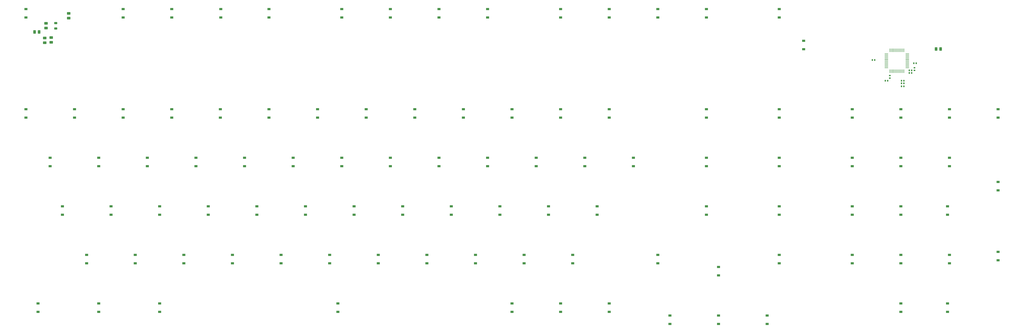
<source format=gbp>
G04 #@! TF.GenerationSoftware,KiCad,Pcbnew,6.0.6*
G04 #@! TF.CreationDate,2022-08-21T10:38:00-04:00*
G04 #@! TF.ProjectId,Workeeb,576f726b-6565-4622-9e6b-696361645f70,rev?*
G04 #@! TF.SameCoordinates,Original*
G04 #@! TF.FileFunction,Paste,Bot*
G04 #@! TF.FilePolarity,Positive*
%FSLAX46Y46*%
G04 Gerber Fmt 4.6, Leading zero omitted, Abs format (unit mm)*
G04 Created by KiCad (PCBNEW 6.0.6) date 2022-08-21 10:38:00*
%MOMM*%
%LPD*%
G01*
G04 APERTURE LIST*
G04 Aperture macros list*
%AMRoundRect*
0 Rectangle with rounded corners*
0 $1 Rounding radius*
0 $2 $3 $4 $5 $6 $7 $8 $9 X,Y pos of 4 corners*
0 Add a 4 corners polygon primitive as box body*
4,1,4,$2,$3,$4,$5,$6,$7,$8,$9,$2,$3,0*
0 Add four circle primitives for the rounded corners*
1,1,$1+$1,$2,$3*
1,1,$1+$1,$4,$5*
1,1,$1+$1,$6,$7*
1,1,$1+$1,$8,$9*
0 Add four rect primitives between the rounded corners*
20,1,$1+$1,$2,$3,$4,$5,0*
20,1,$1+$1,$4,$5,$6,$7,0*
20,1,$1+$1,$6,$7,$8,$9,0*
20,1,$1+$1,$8,$9,$2,$3,0*%
G04 Aperture macros list end*
%ADD10R,1.200000X0.900000*%
%ADD11RoundRect,0.140000X-0.170000X0.140000X-0.170000X-0.140000X0.170000X-0.140000X0.170000X0.140000X0*%
%ADD12RoundRect,0.140000X-0.140000X-0.170000X0.140000X-0.170000X0.140000X0.170000X-0.140000X0.170000X0*%
%ADD13RoundRect,0.140000X0.140000X0.170000X-0.140000X0.170000X-0.140000X-0.170000X0.140000X-0.170000X0*%
%ADD14RoundRect,0.250000X-0.450000X0.262500X-0.450000X-0.262500X0.450000X-0.262500X0.450000X0.262500X0*%
%ADD15R,0.254000X1.461999*%
%ADD16R,1.461999X0.254000*%
%ADD17RoundRect,0.218750X-0.381250X0.218750X-0.381250X-0.218750X0.381250X-0.218750X0.381250X0.218750X0*%
%ADD18RoundRect,0.250000X-0.262500X-0.450000X0.262500X-0.450000X0.262500X0.450000X-0.262500X0.450000X0*%
%ADD19RoundRect,0.250000X0.262500X0.450000X-0.262500X0.450000X-0.262500X-0.450000X0.262500X-0.450000X0*%
G04 APERTURE END LIST*
D10*
X50006250Y-143731250D03*
X50006250Y-140431250D03*
X83343750Y-24957500D03*
X83343750Y-28257500D03*
X311943750Y-86581250D03*
X311943750Y-83281250D03*
X264318750Y-86581250D03*
X264318750Y-83281250D03*
X145256250Y-124681250D03*
X145256250Y-121381250D03*
X259556250Y-124681250D03*
X259556250Y-121381250D03*
D11*
X383794000Y-51082000D03*
X383794000Y-52042000D03*
D10*
X316706250Y-129443750D03*
X316706250Y-126143750D03*
X292893750Y-124681250D03*
X292893750Y-121381250D03*
X269081250Y-105631250D03*
X269081250Y-102331250D03*
X350043750Y-37393750D03*
X350043750Y-40693750D03*
X207168750Y-86581250D03*
X207168750Y-83281250D03*
X407193750Y-67531250D03*
X407193750Y-64231250D03*
D12*
X388366000Y-55245000D03*
X389326000Y-55245000D03*
D10*
X116681250Y-105631250D03*
X116681250Y-102331250D03*
X369093750Y-124681250D03*
X369093750Y-121381250D03*
X130968750Y-86581250D03*
X130968750Y-83281250D03*
X73818750Y-143731250D03*
X73818750Y-140431250D03*
X88106250Y-124681250D03*
X88106250Y-121381250D03*
X92868750Y-86581250D03*
X92868750Y-83281250D03*
X207168750Y-24962850D03*
X207168750Y-28262850D03*
D13*
X392402000Y-49022000D03*
X391442000Y-49022000D03*
D10*
X178593750Y-67531250D03*
X178593750Y-64231250D03*
X292893750Y-24962850D03*
X292893750Y-28262850D03*
X240506250Y-124681250D03*
X240506250Y-121381250D03*
X297656250Y-148493750D03*
X297656250Y-145193750D03*
X311943750Y-67531250D03*
X311943750Y-64231250D03*
X135731250Y-105631250D03*
X135731250Y-102331250D03*
X340518750Y-105631250D03*
X340518750Y-102331250D03*
D14*
X53086000Y-30583500D03*
X53086000Y-32408500D03*
D10*
X426243750Y-67531250D03*
X426243750Y-64231250D03*
X107156250Y-124681250D03*
X107156250Y-121381250D03*
X154781250Y-105631250D03*
X154781250Y-102331250D03*
X192881250Y-105631250D03*
X192881250Y-102331250D03*
X216693750Y-67531250D03*
X216693750Y-64231250D03*
X340518750Y-67531250D03*
X340518750Y-64231250D03*
X173831250Y-105631250D03*
X173831250Y-102331250D03*
D15*
X383806250Y-41128950D03*
X384306249Y-41128950D03*
X384806251Y-41128950D03*
X385306250Y-41128950D03*
X385806249Y-41128950D03*
X386306250Y-41128950D03*
X386806250Y-41128950D03*
X387306251Y-41128950D03*
X387806250Y-41128950D03*
X388306249Y-41128950D03*
X388806251Y-41128950D03*
X389306250Y-41128950D03*
D16*
X390671050Y-42493750D03*
X390671050Y-42993749D03*
X390671050Y-43493751D03*
X390671050Y-43993750D03*
X390671050Y-44493749D03*
X390671050Y-44993750D03*
X390671050Y-45493750D03*
X390671050Y-45993751D03*
X390671050Y-46493750D03*
X390671050Y-46993749D03*
X390671050Y-47493751D03*
X390671050Y-47993750D03*
D15*
X389306250Y-49358550D03*
X388806251Y-49358550D03*
X388306249Y-49358550D03*
X387806250Y-49358550D03*
X387306251Y-49358550D03*
X386806250Y-49358550D03*
X386306250Y-49358550D03*
X385806249Y-49358550D03*
X385306250Y-49358550D03*
X384806251Y-49358550D03*
X384306249Y-49358550D03*
X383806250Y-49358550D03*
D16*
X382441450Y-47993750D03*
X382441450Y-47493751D03*
X382441450Y-46993749D03*
X382441450Y-46493750D03*
X382441450Y-45993751D03*
X382441450Y-45493750D03*
X382441450Y-44993750D03*
X382441450Y-44493749D03*
X382441450Y-43993750D03*
X382441450Y-43493751D03*
X382441450Y-42993749D03*
X382441450Y-42493750D03*
D10*
X78581250Y-105631250D03*
X78581250Y-102331250D03*
D14*
X61976000Y-26670000D03*
X61976000Y-28495000D03*
D10*
X73818750Y-86581250D03*
X73818750Y-83281250D03*
X340518750Y-124681250D03*
X340518750Y-121381250D03*
X169068750Y-86581250D03*
X169068750Y-83281250D03*
D14*
X55118000Y-36171500D03*
X55118000Y-37996500D03*
D10*
X273843750Y-143731250D03*
X273843750Y-140431250D03*
X159543750Y-67531250D03*
X159543750Y-64231250D03*
X369093750Y-105631250D03*
X369093750Y-102331250D03*
D13*
X392402000Y-50038000D03*
X391442000Y-50038000D03*
D10*
X183356250Y-124681250D03*
X183356250Y-121381250D03*
X188118750Y-24962850D03*
X188118750Y-28262850D03*
X250031250Y-105631250D03*
X250031250Y-102331250D03*
X188118750Y-86581250D03*
X188118750Y-83281250D03*
X202406250Y-124681250D03*
X202406250Y-121381250D03*
X226218750Y-86581250D03*
X226218750Y-83281250D03*
D12*
X388366000Y-54102000D03*
X389326000Y-54102000D03*
D10*
X311943750Y-105631250D03*
X311943750Y-102331250D03*
X211931250Y-105631250D03*
X211931250Y-102331250D03*
X83343750Y-67531250D03*
X83343750Y-64231250D03*
X235743750Y-67531250D03*
X235743750Y-64231250D03*
X54768750Y-86581250D03*
X54768750Y-83281250D03*
D17*
X56896000Y-30433500D03*
X56896000Y-32558500D03*
D10*
X69056250Y-124681250D03*
X69056250Y-121381250D03*
X45243750Y-67531250D03*
X45243750Y-64231250D03*
X126206250Y-124681250D03*
X126206250Y-121381250D03*
X245268750Y-86581250D03*
X245268750Y-83281250D03*
X197643750Y-67531250D03*
X197643750Y-64231250D03*
D14*
X52578000Y-36322000D03*
X52578000Y-38147000D03*
D10*
X167481250Y-143731250D03*
X167481250Y-140431250D03*
D13*
X377924000Y-44958000D03*
X376964000Y-44958000D03*
D10*
X97631250Y-105631250D03*
X97631250Y-102331250D03*
X407193750Y-124681250D03*
X407193750Y-121381250D03*
X406400000Y-143731250D03*
X406400000Y-140431250D03*
X226218750Y-24962850D03*
X226218750Y-28262850D03*
D13*
X383004000Y-53086000D03*
X382044000Y-53086000D03*
D10*
X121602500Y-24962850D03*
X121602500Y-28262850D03*
X102362000Y-24957500D03*
X102362000Y-28257500D03*
X340518750Y-24962850D03*
X340518750Y-28262850D03*
X140493750Y-24962850D03*
X140493750Y-28262850D03*
X221456250Y-124681250D03*
X221456250Y-121381250D03*
D12*
X388366000Y-53086000D03*
X389326000Y-53086000D03*
D10*
X388143750Y-86581250D03*
X388143750Y-83281250D03*
X97631250Y-143731250D03*
X97631250Y-140431250D03*
X407193750Y-86581250D03*
X407193750Y-83281250D03*
D18*
X401931500Y-40640000D03*
X403756500Y-40640000D03*
D10*
X406400000Y-105631250D03*
X406400000Y-102331250D03*
X316706250Y-148493750D03*
X316706250Y-145193750D03*
X311943750Y-24962850D03*
X311943750Y-28262850D03*
X254793750Y-143731250D03*
X254793750Y-140431250D03*
X369093750Y-86581250D03*
X369093750Y-83281250D03*
D12*
X393192000Y-46228000D03*
X394152000Y-46228000D03*
D10*
X335756250Y-148493750D03*
X335756250Y-145193750D03*
X140493750Y-67531250D03*
X140493750Y-64231250D03*
X45243750Y-24957500D03*
X45243750Y-28257500D03*
X102393750Y-67531250D03*
X102393750Y-64231250D03*
X254793750Y-67531250D03*
X254793750Y-64231250D03*
X64293750Y-67531250D03*
X64293750Y-64231250D03*
X230981250Y-105631250D03*
X230981250Y-102331250D03*
X235743750Y-143731250D03*
X235743750Y-140431250D03*
X273843750Y-67531250D03*
X273843750Y-64231250D03*
X150018750Y-86581250D03*
X150018750Y-83281250D03*
X426243750Y-96106250D03*
X426243750Y-92806250D03*
X254793750Y-24962850D03*
X254793750Y-28262850D03*
X164306250Y-124681250D03*
X164306250Y-121381250D03*
X388143750Y-143731250D03*
X388143750Y-140431250D03*
X388143750Y-124681250D03*
X388143750Y-121381250D03*
X340518750Y-86581250D03*
X340518750Y-83281250D03*
D19*
X50419000Y-33909000D03*
X48594000Y-33909000D03*
D10*
X426243750Y-120207500D03*
X426243750Y-123507500D03*
X273843750Y-24962850D03*
X273843750Y-28262850D03*
X111918750Y-86581250D03*
X111918750Y-83281250D03*
D11*
X393446000Y-48034000D03*
X393446000Y-48994000D03*
D10*
X388143750Y-105631250D03*
X388143750Y-102331250D03*
X283368750Y-86581250D03*
X283368750Y-83281250D03*
X369093750Y-67531250D03*
X369093750Y-64231250D03*
X169068750Y-24962850D03*
X169068750Y-28262850D03*
X59531250Y-105631250D03*
X59531250Y-102331250D03*
X121443750Y-67531250D03*
X121443750Y-64231250D03*
X388143750Y-67531250D03*
X388143750Y-64231250D03*
M02*

</source>
